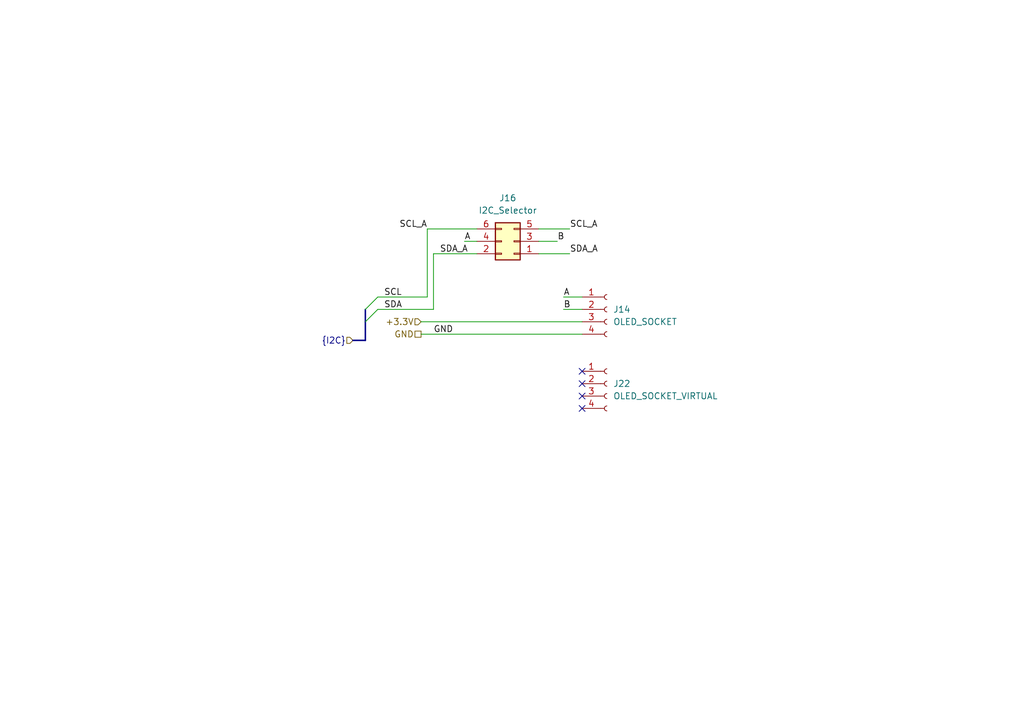
<source format=kicad_sch>
(kicad_sch (version 20231120) (generator "eeschema") (generator_version "8.0")
  (paper "A5")
  (title_block (title "OLED connector") (date "2024-08-29") (rev "1.0") (company "Designed by CREPP-NLG"))
  (lib_symbols
    (symbol "Connector:Conn_01x04_Socket" (pin_names (offset 1.016) hide)
      (property "Reference" "J" (at 0 5.08 0))
      (property "Value" "Conn_01x04_Socket" (at 0 -7.62 0))
      (symbol "Conn_01x04_Socket_1_1"
        (arc (start 0 -4.572) (mid -0.5058 -5.08) (end 0 -5.588) (stroke (width 0.1524)))
        (arc (start 0 -2.032) (mid -0.5058 -2.54) (end 0 -3.048) (stroke (width 0.1524)))
        (polyline (pts (xy -1.27 -5.08) (xy -0.508 -5.08)) (stroke (width 0.1524)))
        (polyline (pts (xy -1.27 -2.54) (xy -0.508 -2.54)) (stroke (width 0.1524)))
        (polyline (pts (xy -1.27 0) (xy -0.508 0)) (stroke (width 0.1524)))
        (polyline (pts (xy -1.27 2.54) (xy -0.508 2.54)) (stroke (width 0.1524)))
        (arc (start 0 0.508) (mid -0.5058 0) (end 0 -0.508) (stroke (width 0.1524)))
        (arc (start 0 3.048) (mid -0.5058 2.54) (end 0 2.032) (stroke (width 0.1524)))
        (pin passive line (at -5.08 2.54 0) (length 3.81) (name "Pin_1") (number "1"))
        (pin passive line (at -5.08 0 0) (length 3.81) (name "Pin_2") (number "2"))
        (pin passive line (at -5.08 -2.54 0) (length 3.81) (name "Pin_3") (number "3"))
        (pin passive line (at -5.08 -5.08 0) (length 3.81) (name "Pin_4") (number "4"))
      )
    )
    (symbol "Connector_Generic:Conn_02x03_Odd_Even" (pin_names (offset 1.016) hide)
      (property "Reference" "J" (at 1.27 5.08 0))
      (property "Value" "Conn_02x03_Odd_Even" (at 1.27 -5.08 0))
      (symbol "Conn_02x03_Odd_Even_1_1"
        (rectangle (start -1.27 -2.413) (end 0 -2.667) (stroke (width 0.1524)))
        (rectangle (start -1.27 0.127) (end 0 -0.127) (stroke (width 0.1524)))
        (rectangle (start -1.27 2.667) (end 0 2.413) (stroke (width 0.1524)))
        (rectangle (start -1.27 3.81) (end 3.81 -3.81) (stroke (width 0.254)) (fill (type background)))
        (rectangle (start 3.81 -2.413) (end 2.54 -2.667) (stroke (width 0.1524)))
        (rectangle (start 3.81 0.127) (end 2.54 -0.127) (stroke (width 0.1524)))
        (rectangle (start 3.81 2.667) (end 2.54 2.413) (stroke (width 0.1524)))
        (pin passive line (at -5.08 2.54 0) (length 3.81) (name "Pin_1") (number "1"))
        (pin passive line (at 7.62 2.54 180) (length 3.81) (name "Pin_2") (number "2"))
        (pin passive line (at -5.08 0 0) (length 3.81) (name "Pin_3") (number "3"))
        (pin passive line (at 7.62 0 180) (length 3.81) (name "Pin_4") (number "4"))
        (pin passive line (at -5.08 -2.54 0) (length 3.81) (name "Pin_5") (number "5"))
        (pin passive line (at 7.62 -2.54 180) (length 3.81) (name "Pin_6") (number "6"))
      )
    )
  )
  (no_connect (at 119.38 81.28))
  (no_connect (at 119.38 76.2))
  (no_connect (at 119.38 78.74))
  (no_connect (at 119.38 83.82))
  (bus_entry (at 77.47 60.96) (size -2.54 2.54))
  (bus_entry (at 77.47 63.5) (size -2.54 2.54))
  (bus (pts (xy 74.93 66.04) (xy 74.93 63.5)))
  (bus (pts (xy 74.93 69.85) (xy 74.93 66.04)))
  (wire (pts (xy 86.36 68.58) (xy 119.38 68.58)))
  (wire (pts (xy 95.25 49.53) (xy 97.79 49.53)))
  (wire (pts (xy 87.63 60.96) (xy 87.63 46.99)))
  (wire (pts (xy 115.57 63.5) (xy 119.38 63.5)))
  (wire (pts (xy 115.57 60.96) (xy 119.38 60.96)))
  (wire (pts (xy 88.9 52.07) (xy 97.79 52.07)))
  (wire (pts (xy 110.49 52.07) (xy 116.84 52.07)))
  (wire (pts (xy 77.47 63.5) (xy 88.9 63.5)))
  (wire (pts (xy 110.49 49.53) (xy 114.3 49.53)))
  (wire (pts (xy 110.49 46.99) (xy 116.84 46.99)))
  (wire (pts (xy 77.47 60.96) (xy 87.63 60.96)))
  (bus (pts (xy 72.39 69.85) (xy 74.93 69.85)))
  (wire (pts (xy 88.9 63.5) (xy 88.9 52.07)))
  (wire (pts (xy 87.63 46.99) (xy 97.79 46.99)))
  (wire (pts (xy 86.36 66.04) (xy 119.38 66.04)))
  (label "A" (at 115.57 60.96 0))
  (label "SDA" (at 78.74 63.5 0))
  (label "A" (at 95.25 49.53 0))
  (label "B" (at 114.3 49.53 0))
  (label "SCL_A" (at 87.63 46.99 180))
  (label "SCL_A" (at 116.84 46.99 0))
  (label "SDA_A" (at 90.17 52.07 0))
  (label "SDA_A" (at 116.84 52.07 0))
  (label "B" (at 115.57 63.5 0))
  (label "GND" (at 88.9 68.58 0))
  (label "SCL" (at 78.74 60.96 0))
  (hierarchical_label "{I2C}" (shape input) (at 72.39 69.85 180))
  (hierarchical_label "GND" (shape passive) (at 86.36 68.58 180))
  (hierarchical_label "+3.3V" (shape input) (at 86.36 66.04 180))
  (symbol (lib_id "Connector:Conn_01x04_Socket") (at 124.46 63.5 0) (unit 1)
    (property "Reference" "J14" (at 125.73 63.4999 0) (effects (justify left)))
    (property "Value" "OLED_SOCKET" (at 125.73 66.0399 0) (effects (justify left)))
    (property "Footprint" "Connector_PinSocket_2.54mm:PinSocket_1x04_P2.54mm_Vertical" (effects (hide yes)))
    (property "Description" "Generic connector, single row, 01x04, script generated" (effects (hide yes)))
  )
  (symbol (lib_id "Connector:Conn_01x04_Socket") (at 124.46 78.74 0) (unit 1)
    (property "Reference" "J22" (at 125.73 78.7399 0) (effects (justify left)))
    (property "Value" "OLED_SOCKET_VIRTUAL" (at 125.73 81.2799 0) (effects (justify left)))
    (property "Footprint" "Connector_PinSocket_2.54mm:PinSocket_1x04_P2.54mm_Vertical" (effects (hide yes)))
    (property "Description" "Generic connector, single row, 01x04, script generated" (effects (hide yes)))
  )
  (symbol (lib_id "Connector_Generic:Conn_02x03_Odd_Even") (at 105.41 49.53 180) (unit 1)
    (property "Reference" "J16" (at 104.14 40.64 0))
    (property "Value" "I2C_Selector" (at 104.14 43.18 0))
    (property "Footprint" "Connector_PinHeader_2.54mm:PinHeader_2x03_P2.54mm_Vertical" (effects (hide yes)))
    (property "Description" "Generic connector, double row, 02x03, odd/even pin numbering scheme (row 1 odd numbers, row 2 even numbers), script generated (kicad-library-utils/schlib/autogen/connector/)" (effects (hide yes)))
  )
)
</source>
